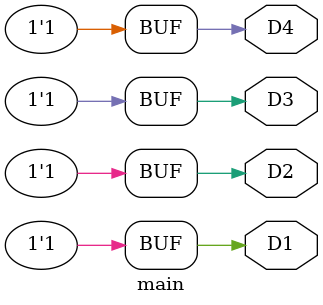
<source format=v>
module main (output  D4, output  D3, output  D2, output  D1);
assign D4 = 1'b1;
assign D3 = 1'b1;
assign D2 = 1'b1;
assign D1 = 1'b1;
endmodule


</source>
